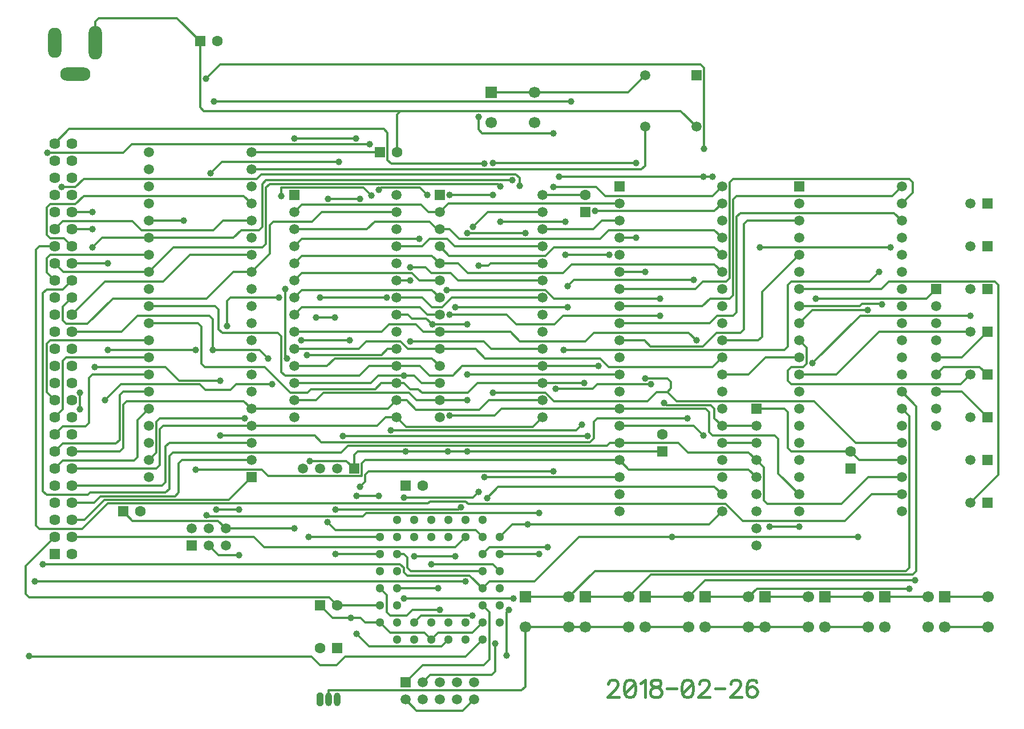
<source format=gbr>
G04 DipTrace 3.2.0.1*
G04 Top.gbr*
%MOMM*%
G04 #@! TF.FileFunction,Copper,L1,Top*
G04 #@! TF.Part,Single*
%AMOUTLINE0*
4,1,8,
-0.5,-0.75,
-0.25,-1.0,
0.25,-1.0,
0.5,-0.75,
0.5,0.75,
0.25,1.0,
-0.25,1.0,
-0.5,0.75,
-0.5,-0.75,
0*%
G04 #@! TA.AperFunction,Conductor*
%ADD14C,0.33*%
G04 #@! TA.AperFunction,ComponentPad*
%ADD15R,1.6X1.6*%
%ADD16C,1.6*%
%ADD17C,1.5*%
%ADD18R,1.5X1.5*%
%ADD19O,2.0X4.5*%
%ADD20O,2.0X5.0*%
%ADD21O,4.5X2.0*%
%ADD22C,1.62*%
%ADD23R,1.62X1.62*%
%ADD24C,1.5*%
%ADD25R,1.7X1.7*%
%ADD26C,1.7*%
%ADD27C,1.3*%
%ADD28O,1.0X2.0*%
G04 #@! TA.AperFunction,ViaPad*
%ADD29C,1.0*%
%ADD62C,0.39216*%
G04 #@! TA.AperFunction,ComponentPad*
%ADD64OUTLINE0*%
%FSLAX35Y35*%
G04*
G71*
G90*
G75*
G01*
G04 Top*
%LPD*%
X-1778000Y10541000D2*
D14*
X-2413000D1*
X-1016000Y11150800D2*
X-101800D1*
X0Y11049000D1*
X-2413000Y10541000D2*
X-2529800Y10657800D1*
X-6982157D1*
X-7035460Y10711100D1*
Y11125540D1*
X-6604000Y11557000D1*
X-2540000Y9144000D2*
Y9280810D1*
X327700D1*
X381000Y9334110D1*
Y10218000D1*
X-6000000Y18900000D2*
Y19213803D1*
X-5950703Y19263100D1*
X-4785100D1*
X-4445000Y18923000D1*
Y17939400D1*
X-4390200Y17884600D1*
X-1470700D1*
X2689400D1*
X2921000Y17653000D1*
X5969000Y12700000D2*
X5334000D1*
X5207000Y12827000D1*
X4826000Y10218000D2*
X5476000D1*
X6604000D2*
X7254000D1*
X2159000D2*
X2809000D1*
X3048000D2*
X3698000D1*
X1270000Y16637000D2*
X635000D1*
X1270000Y10218000D2*
X1920000D1*
X1031000D2*
X1270000D1*
X381000D2*
X1031000D1*
X-1524000Y17272000D2*
Y17831300D1*
X-1470700Y17884600D1*
X5207000Y12827000D2*
X4333200D1*
X4279900Y12880300D1*
Y13408700D1*
X4226600Y13462000D1*
X3810000D1*
X3937000Y10218000D2*
X4587000D1*
X3698000D2*
X3937000D1*
X3302000Y14224000D2*
X3159810Y14081810D1*
X1617170D1*
X1490180Y14208800D1*
X-213800D1*
X-356000Y14351000D1*
X-889000D1*
X-5207000Y12700000D2*
X-5095200Y12811800D1*
Y13266500D1*
X-5041900Y13319800D1*
X-3785750D1*
X-889000Y14351000D2*
X-1360290D1*
X-1472090Y14462800D1*
X-1975640D1*
X-2087440Y14351000D1*
X-3048000D1*
X3302000Y14478000D2*
X3841210D1*
X3894520Y14531310D1*
Y15197520D1*
X4445000Y15748000D1*
X-3048000Y14605000D2*
X-1749000D1*
X-1637200Y14716800D1*
X-1239320D1*
X-1127520Y14605000D1*
X-889000D1*
X160840D1*
X303040Y14462800D1*
X1274880D1*
X1401890Y14589810D1*
X2808280D1*
X2920090Y14478000D1*
X-3048000Y14859000D2*
X-2936200Y14970800D1*
X-1183410D1*
X-1071610Y14859000D1*
X-889000D1*
X-743700D2*
X104260D1*
X246460Y14716800D1*
X817280D1*
X944280Y14843800D1*
X2385900D1*
X-5207000Y13462000D2*
X-5372100Y13296900D1*
Y12744100D1*
X-5425400Y12690800D1*
X-6486200D1*
X-6604000Y12573000D1*
X-786250Y15224800D2*
X683300D1*
X810300Y15097800D1*
X2385900D1*
X-3048000Y15113000D2*
X-2936200Y15224800D1*
X-1000800D1*
X-889000Y15113000D1*
X-4043190Y14691800D2*
Y15059700D1*
X-3989890Y15113000D1*
X-3271200D1*
X-5207000Y13716000D2*
X-5584990D1*
X-5638300Y13662690D1*
Y12998100D1*
X-5691600Y12944800D1*
X-6486200D1*
X-6604000Y12827000D1*
X-3048000Y15367000D2*
X-2936200Y15478800D1*
X-1298490D1*
X-1186690Y15367000D1*
X-889000D1*
X-656900Y14970800D2*
X1007200D1*
X2877840Y15373720D2*
X1100720D1*
X1007200Y15280200D1*
X-1270000Y11271100D2*
X-656900D1*
X-5207000Y13970000D2*
X-6038780D1*
X-6092090Y13916690D1*
Y13252100D1*
X-6145390Y13198800D1*
X-6486200D1*
X-6604000Y13081000D1*
X-3048000Y15621000D2*
X-2936200Y15732800D1*
X-1000800D1*
X-889000Y15621000D1*
X-617570D1*
X-475370Y15478800D1*
X943680D1*
X1070690Y15605810D1*
X3190190D1*
X3302000Y15494000D1*
X-5207000Y14224000D2*
X-6432890D1*
X-6486200Y14170690D1*
Y13452800D1*
X-6604000Y13335000D1*
X-889000Y15875000D2*
X-746800Y15732800D1*
X683290D1*
X810300Y15859810D1*
X3190190D1*
X3302000Y15748000D1*
X-3048000Y15875000D2*
X-2936200Y15986800D1*
X-1193400D1*
X-5207000Y14478000D2*
X-6668490D1*
X-6721800Y14424690D1*
Y13706800D1*
X-6604000Y13589000D1*
X-3048000Y16129000D2*
X-1966530D1*
X-1854730Y16240800D1*
X-1037600D1*
X-925800Y16129000D1*
X-889000D1*
X-2434900Y11303000D2*
X-1778000D1*
X-889000Y16129000D2*
X-741700D1*
X-599500Y15986800D1*
X1496890D1*
X1623900Y16113810D1*
X3190190D1*
X3302000Y16002000D1*
X-570100Y11999600D2*
X-603600Y11966100D1*
X-2434900D1*
X3032800Y17323360D2*
Y18526800D1*
X2979500Y18580100D1*
X-4144300D1*
X-4358200Y18366200D1*
X886900Y16909310D2*
X3022740D1*
X-1528000Y15875000D2*
X-1146790D1*
X-1034990Y15986800D1*
X-779800D1*
X-668000Y15875000D1*
X635000D1*
X3022740Y16909310D2*
X3162840D1*
X1420300Y16398200D2*
X3190200D1*
X3302000Y16510000D1*
X635000Y15621000D2*
X-131250D1*
X-164750Y15587500D1*
X-309700D1*
X-4237900Y18026200D2*
X1060500D1*
X-309700Y12223410D2*
X-391510Y12141600D1*
X-1422200D1*
X-483300Y14716800D2*
X-1000000D1*
X-4287320Y16962600D2*
X-4120120Y17129800D1*
X-2380810D1*
X800100Y17555700D2*
X-256390D1*
X-309690Y17609000D1*
Y17797800D1*
X800100Y16753800D2*
X1434200D1*
X1566190Y16621810D1*
X3159810D1*
X3302000Y16764000D1*
X383110Y16073600D2*
X-483300D1*
X-914200Y10795000D2*
X-1524000D1*
X-1000000Y14716800D2*
X-1086800Y14803600D1*
X-1304310D1*
X-1359710Y14859000D1*
X-1528000D1*
X-3237690Y16621800D2*
Y16748800D1*
X-2019900D1*
X-1899600Y16628500D1*
X635000Y15367000D2*
X-613650D1*
X-725450Y15478800D1*
X-1010700D1*
X-1097500Y15565600D1*
X-1329390D1*
X-1528000Y15367000D2*
X-1329390D1*
X-3048000Y16383000D2*
X-2936200Y16494800D1*
X-1163300D1*
X-1051500Y16383000D1*
X-889000D1*
X-5207000Y16256000D2*
X-4686700D1*
X-889000Y16383000D2*
X-762000Y16510000D1*
X1778000D1*
X-6038800Y15859790D2*
X-5896590Y16002000D1*
X-5207000D1*
X635000Y16129000D2*
X1390303D1*
X1517303Y16256000D1*
X1778000D1*
X208400Y10642800D2*
X-1422200D1*
X-5207000Y16002000D2*
X-3947040D1*
X-3835240Y16113800D1*
X-3571200D1*
X-3517900Y16167100D1*
Y16802100D1*
X-3464600Y16855400D1*
X188600D1*
X-5207000Y15748000D2*
X-6668490D1*
X-6721800Y15694690D1*
Y15484800D1*
X-6604000Y15367000D1*
X-3044050Y17475600D2*
X-2132800D1*
X1778000Y16002000D2*
X2029900Y16002010D1*
X-102600Y17115800D2*
X2029900D1*
X-743700Y16637000D2*
X-102600D1*
X-1073900D2*
X-1185700Y16748800D1*
X-1759500D1*
X-1793000Y16715300D1*
X-6604000Y15621000D2*
X-6477000Y15494000D1*
X-5207000D1*
X-406200Y10388800D2*
X-1168200D1*
X-1270000Y10287000D1*
X973700Y16240800D2*
X11210D1*
X1632700Y15748000D2*
X973700D1*
X-5207000Y15494000D2*
X-4841200Y15859800D1*
X-3517900D1*
X-3464600Y15913100D1*
Y16748800D1*
X-3411300Y16802100D1*
X-22290D1*
X11210Y16768600D1*
X2159000Y17653000D2*
Y17071300D1*
X2105700Y17018000D1*
X-3683000D1*
X2159000Y13914610D2*
X2491730D1*
X2545030Y13861310D1*
Y13763910D1*
X2491730Y13710610D1*
X2328540D1*
X2191740Y13573810D1*
X810300D1*
X683310Y13700800D1*
X-100200D1*
X-508000Y11557000D2*
X-660200Y11404800D1*
X-3495420D1*
X-3647620Y11557000D1*
X-6350000D1*
X2491730Y13710610D2*
X2628530Y13573810D1*
X4664120D1*
X5283930Y12954000D1*
X5969000D1*
X2159000Y15494010D2*
X1996410D1*
X1996403Y15494000D1*
X1778000D1*
X-2122590Y10119800D2*
X-1933990Y9931200D1*
X-863800D1*
X-762000Y10033000D1*
X-1792990Y12168710D2*
X-2122590D1*
X-508000Y10896800D2*
X-6895360Y10896810D1*
X-6982180Y9789210D2*
Y9779000D1*
X-2794000D1*
X-2667000Y9652000D1*
X-2422023D1*
X-2295023Y9779000D1*
X-508000D1*
X-254000Y10033000D1*
X-6497010Y16754800D2*
X-6292700D1*
X-6171700Y16875800D1*
X-3604397D1*
X-3538000Y16942200D1*
X241900D1*
X295200Y16888900D1*
Y16770330D1*
X135300Y10475600D2*
X101800Y10442100D1*
Y9798020D1*
X-6710990Y17262800D2*
X-5581420D1*
X-5455420Y17388800D1*
X-1928300D1*
X-743700Y13360000D2*
X-76530D1*
X25470Y13462000D1*
X1778000D1*
X-3683000Y12446000D2*
X-4020900Y12108100D1*
X-5865810D1*
X-6162910Y11811000D1*
X-6350000D1*
X-3048000Y14097000D2*
X-2559750D1*
X-2447950Y14208800D1*
X-1000800D1*
X-889000Y14097000D1*
X1778000Y13462000D2*
X3057260D1*
X3110560Y13408700D1*
Y13119110D1*
X3163860Y13065810D1*
X4084033D1*
X4137333Y13012510D1*
Y12499667D1*
X4445000Y12192000D1*
X-3683000Y12700000D2*
X-4712097D1*
X-4765407Y12646690D1*
Y12214703D1*
X-4818710Y12161400D1*
X-5924210D1*
X-6020610Y12065000D1*
X-6350000D1*
X-3048000Y13843000D2*
X-1908890D1*
X-1797090Y13954800D1*
X-1416190D1*
X1778000Y13208000D2*
X2881570D1*
X3023760Y13065810D1*
X4445000Y11709000D2*
X4010860D1*
X-1614800Y13140700D2*
X1133600D1*
X1220400Y13227500D1*
X-1416190Y13954800D2*
X-1269900D1*
X-1158100Y13843000D1*
X-889000D1*
X-3683000Y12954000D2*
X-4901790D1*
X-4955100Y12900690D1*
Y12372300D1*
X-5008400Y12319000D1*
X-6350000D1*
X1778000Y13970000D2*
X-483300D1*
X-3048000Y13589000D2*
X-2720940D1*
X-2609140Y13700800D1*
X-1344230D1*
X-1232430Y13589000D1*
X-889000D1*
X-483300D1*
X1778000Y14986000D2*
X3012160D1*
X3123970Y15097810D1*
X3413800D1*
X3467100Y15151110D1*
Y16568510D1*
X3520400Y16621810D1*
X5826810D1*
X5969000Y16764000D1*
X635000Y13335000D2*
X494000Y13194000D1*
X-1387000D1*
X-1528000Y13335000D1*
X-3683000Y13208000D2*
X-4988590D1*
X-5041900Y13154690D1*
Y12626300D1*
X-5095200Y12573000D1*
X-6350000D1*
X-1528000Y13335000D2*
X-1691400D1*
X-1818400Y13208000D1*
X-3683000D1*
X1778000Y15240000D2*
X2908730D1*
X3020540Y15351810D1*
X3360500D1*
X3413800Y15405110D1*
Y16822510D1*
X3467100Y16875810D1*
X6080800D1*
X6134100Y16822510D1*
Y16675100D1*
X5969000Y16510000D1*
X635000Y13589000D2*
X-156610D1*
X-298810Y13446800D1*
X-1238490D1*
X-1380690Y13589000D1*
X-1528000D1*
X-3683000Y13462000D2*
X-3794800Y13573800D1*
X-5531700D1*
X-5585000Y13520500D1*
Y12880300D1*
X-5638300Y12827000D1*
X-6350000D1*
X-1528000Y13589000D2*
X-1655000Y13462000D1*
X-3683000D1*
X1778000Y14732000D2*
X3118760D1*
X3230570Y14843810D1*
X3467100D1*
X3520400Y14897110D1*
Y16314510D1*
X3573700Y16367810D1*
X5857190D1*
X5969000Y16256000D1*
X1253900Y13843000D2*
X635000D1*
X-1528000D2*
X-1755240D1*
X-1844140Y13754100D1*
X-2800890D1*
X-2854190Y13700800D1*
X-3100500D1*
X-3481500Y14081800D1*
X-4373390D1*
X-4426690Y14135100D1*
Y14678700D1*
X-4479990Y14732000D1*
X-5207000D1*
X635000Y13843000D2*
X-325400D1*
X-467600Y13700800D1*
X-1152480D1*
X-1205780Y13754100D1*
X-1327290D1*
X-1416190Y13843000D1*
X-1528000D1*
X1778000Y14478000D2*
X2150460D1*
X2239350Y14389110D1*
X3018070D1*
X3218770Y14589810D1*
X3573700D1*
X3627000Y14643110D1*
Y16202700D1*
X3680300Y16256000D1*
X4445000D1*
X1466870Y14097000D2*
X635000D1*
X-1528000D2*
X-1936880D1*
X-2079080Y13954800D1*
X-3184400D1*
X-3237700Y14008100D1*
Y14536500D1*
X-3291000Y14589800D1*
X-4114500D1*
X-4167800Y14643100D1*
Y14932700D1*
X-4221100Y14986000D1*
X-5207000D1*
X635000Y14097000D2*
X-552300D1*
X-694500Y13954800D1*
X-1036300D1*
X-1178500Y14097000D1*
X-1528000D1*
X-3377800Y13827800D2*
X-3908850D1*
X-3995650Y13741000D1*
X-4366760D1*
X-4453560Y13827800D1*
X-5621290D1*
X-5860090Y13589000D1*
X-1528000Y14351000D2*
X-1663150D1*
X-1752050Y14262100D1*
X-2858450D1*
X635000Y14351000D2*
X-122390D1*
X-234190Y14462800D1*
X-1329390D1*
X2245800Y13827810D2*
X1454470D1*
X1382860Y13756200D1*
X833600D1*
X2159000Y18415000D2*
X1905000Y18161000D1*
X523000D1*
X-5588000Y11938000D2*
X-5445800Y11795800D1*
X-4175800D1*
X-4064000Y11684000D1*
X-254000Y11049000D2*
X-1315600D1*
X-1368900Y11102300D1*
Y11249700D1*
X-1422200Y11303000D1*
X-1524000D1*
X3302000Y13970000D2*
X3692030D1*
X3946030Y14224000D1*
X4445000D1*
X4696900Y15097810D2*
X6334810D1*
X6477000Y15240000D1*
X-2667000Y10541000D2*
X-2478010Y10352010D1*
X-2209390D1*
X-2818250Y12684800D2*
X-2270800D1*
X-2159000Y12573000D1*
X-3683000Y17272000D2*
X-1778000D1*
X-1397000Y9144000D2*
X-1231900Y8978900D1*
X-546100D1*
X-381000Y9144000D1*
X-6038800Y16129000D2*
X-6350000D1*
Y16383000D2*
X-6038800D1*
X523000Y18161000D2*
X-127000D1*
X-4064000Y11684000D2*
X-3048000D1*
X-1016000Y10033000D2*
X-914200Y10134800D1*
X-406200D1*
X-254000Y10287000D1*
X-1778000D2*
X-1625800Y10134800D1*
X-1117800D1*
X-1016000Y10033000D1*
X-2209390Y10352010D2*
X-2060190D1*
X-1995180Y10287000D1*
X-1778000D1*
X-483300Y12827000D2*
X2413000D1*
X-768700D2*
X-483300D1*
X-1397000D2*
X-768700D1*
X-2159000Y12573000D2*
Y12773700D1*
X-2105700Y12827000D1*
X-1397000D1*
X1778000Y12446000D2*
X-222900Y12446010D1*
Y17104800D2*
X-1607900D1*
X-1661200Y17158100D1*
Y17562400D1*
X-1714500Y17615700D1*
X-6387300D1*
X-6604000Y17399000D1*
X5969000Y12192000D2*
X5521880D1*
X5125690Y11795810D1*
X3613140D1*
X3359140Y12049810D1*
X-465010D1*
X-501600Y12086400D1*
X-1031660D1*
X-1063260Y12054800D1*
X-5812510D1*
X-6192510Y11674800D1*
X-6828400D1*
X-6881700Y11728100D1*
Y15821700D1*
X-6828400Y15875000D1*
X-6604000D1*
X5969000Y12446000D2*
X5468580D1*
X5072390Y12049810D1*
X3975100D1*
X3921800Y12103110D1*
Y12588200D1*
X3810000Y12700000D1*
X1778000Y12954000D2*
X1633000D1*
X1592800Y12913800D1*
X-2248170D1*
X-2350170Y12811800D1*
X-4848500D1*
X-4901800Y12758500D1*
Y12268000D1*
X-4955100Y12214700D1*
X-6076580D1*
X-6108480Y12182800D1*
X-6721800D1*
X-6775100Y12236100D1*
Y15177500D1*
X-6721800Y15230800D1*
X-6486200D1*
X-6350000Y15367000D1*
X3810000Y12700000D2*
X3698190Y12811810D1*
X2793517D1*
X2651327Y12954000D1*
X1778000D1*
X-6775080Y11150800D2*
X-1475500D1*
X-1422200Y11097500D1*
Y11036900D1*
X-1368900Y10983600D1*
X-442600D1*
X-254000Y10795000D1*
X-6232200Y13695990D2*
Y13452800D1*
X2559380Y11557000D2*
X5323800D1*
X-254000Y10795000D2*
X-152200Y10896800D1*
X522450D1*
X1182650Y11557000D1*
X2559380D1*
X5803900Y15859810D2*
X3861030D1*
X-4148000Y13065800D2*
X-2744420D1*
X-2645720Y12967100D1*
X1343200D1*
X1396500Y13020400D1*
Y13266510D1*
X1449800Y13319810D1*
X2791040D1*
X-6005300Y14081800D2*
X-4958080D1*
X-4757380Y13881100D1*
X-4148000D1*
X-3431100Y14208800D2*
X-3558100Y14335800D1*
X-4254600D1*
X590200Y11303000D2*
X0D1*
X-3184400Y15240000D2*
Y14242300D1*
X-3150900Y14208800D1*
X-4254600Y14335800D2*
Y14790500D1*
X-4307900Y14843800D1*
X-5372100D1*
X-5610900Y14605000D1*
X-6350000D1*
X-4350500Y11882600D2*
X-4333800Y11865900D1*
X-2028230D1*
X-1981330Y11912800D1*
X590200D1*
X6985000Y14843810D2*
X5350220D1*
X4643610Y14137200D1*
X4445000Y13970000D2*
X4997620D1*
X5632620Y14605000D1*
X6985000D1*
X4445000Y14478000D2*
X4556800Y14366200D1*
Y14135110D1*
X4503500Y14081810D1*
X4333200D1*
X4279900Y14028510D1*
Y13881110D1*
X4333200Y13827810D1*
X6842810D1*
X6985000Y13970000D1*
X5463900Y14930610D2*
X4643610D1*
X4445000Y14732000D1*
X5675410Y15011010D2*
X5669010Y15017410D1*
X5377420D1*
X5346010Y14986000D1*
X4445000D1*
Y15240000D2*
X5663400D1*
X5775210Y15351810D1*
X7350800D1*
X7404100Y15298510D1*
Y12484100D1*
X6985000Y12065000D1*
X6477000Y14224000D2*
X6858000D1*
X7239000Y14605000D1*
X6477000Y13970000D2*
X6588800Y14081800D1*
X7127200D1*
X7239000Y13970000D1*
X6477000Y13716000D2*
X6858000D1*
X7239000Y13335000D1*
X381000Y10668000D2*
X1031000D1*
X1413210Y11050210D1*
X6027500D1*
X6080800Y11103510D1*
Y13350200D1*
X5969000Y13462000D1*
X1920000Y10668000D2*
X2248910Y10996910D1*
X6134100D1*
X6187400Y11050210D1*
Y13497600D1*
X5969000Y13716000D1*
X1270000Y10668000D2*
X1571170D1*
X1920000D1*
X6167600Y10910110D2*
X3051110D1*
X2809000Y10668000D1*
X2159000D1*
X6080800Y10789810D2*
X3819810D1*
X3698000Y10668000D1*
X3048000D1*
X4587000D2*
X3937000D1*
X4826000D2*
X5476000D1*
X5715000D2*
X6365000D1*
X6604000D2*
X7254000D1*
X-1397000Y9398000D2*
X-1143000Y9652000D1*
X-236097D1*
X-152200Y9735900D1*
Y10439200D1*
X-254000Y10541000D1*
X-65400Y9971620D2*
Y9563100D1*
X-118700Y9509800D1*
X-1031200D1*
X-1143000Y9398000D1*
X710500Y11404800D2*
X-152200D1*
X-254000Y11303000D1*
X-889000Y10475600D2*
X-1292000D1*
X-1378800Y10388800D1*
X-1622900D1*
X-1676200Y10442100D1*
Y10693200D1*
X-1778000Y10795000D1*
X-2834200Y11557000D2*
X-1778000D1*
X-3865400Y11284710D2*
X-4172710D1*
X-4318000Y11430000D1*
X-4201300Y11967670D2*
X-3865400D1*
X-2446500Y14818800D2*
X-2720290D1*
X-4513490Y12557800D2*
X-3528500D1*
X-3431900Y12461200D1*
X-2047200D1*
Y12646700D1*
X-1993900Y12700000D1*
X1778000D1*
X-5811900Y15621000D2*
X-6350000D1*
X-4513490Y14335800D2*
X-5811900D1*
X1778000Y12700000D2*
X1920190Y12557810D1*
X3698190D1*
X3810000Y12446000D1*
X-3683000Y15748000D2*
X-4594850D1*
X-4991050Y15351800D1*
X-5857200D1*
X-6350000Y14859000D1*
X0Y11557000D2*
X185510Y11742510D1*
X416600D1*
X5632500Y15494000D2*
X5490310Y15351810D1*
X4333200D1*
X4279900Y15298510D1*
Y14389110D1*
X4226600Y14335810D1*
X953900D1*
X-1528000Y15113000D2*
X-1145310D1*
X-1003110Y14970800D1*
X-848300D1*
X-706100Y15113000D1*
X635000D1*
X-1673300D2*
X-2666990D1*
X416600Y11742510D2*
X3106510D1*
X3302000Y11938000D1*
X-1528000Y16383000D2*
X-2641190D1*
X-2783390Y16240800D1*
X-3358000D1*
X-3411300Y16187500D1*
Y15765700D1*
X-3683000Y15494000D1*
X-396500Y16161820D2*
X-175320Y16383000D1*
X635000D1*
X-187000Y12136610D2*
X-19800Y12303810D1*
X3190190D1*
X3302000Y12192000D1*
X-3683000Y15494000D2*
X-3951687D1*
X-4347887Y15097800D1*
X-5740710D1*
X-6115710Y14722800D1*
X-6432900D1*
X-6486200Y14776100D1*
Y14976800D1*
X-6350000Y15113000D1*
X-2555200Y11779100D2*
X-2434900Y11658800D1*
X-355800D1*
X-254000Y11557000D1*
X-3683000Y16510000D2*
X-3794800Y16621800D1*
X-6171700D1*
X-6292700Y16500800D1*
X-6668500D1*
X-6721800Y16447500D1*
Y16046100D1*
X-6668500Y15992800D1*
X-6467800D1*
X-6350000Y15875000D1*
X-2073200Y12300700D2*
X-1993900Y12380000D1*
Y12479510D1*
X-1940600Y12532810D1*
X797300D1*
X-2546820Y16581600D2*
X-2073200D1*
X-3683000Y16256000D2*
X-4106430D1*
X-4248630Y16113800D1*
X-5316630D1*
X-5449630Y16246800D1*
X-6486200D1*
X-6604000Y16129000D1*
X-2326200Y13053900D2*
X1307200D1*
X3302000Y12954000D2*
X3591600D1*
X3810000D1*
Y13208000D2*
X3591600D1*
X3302000D1*
X-2945250Y14478000D2*
X-2219600D1*
X3302000Y13208000D2*
X3190200Y13319800D1*
Y13462010D1*
X3136900Y13515310D1*
X2472700D1*
X2439200Y13548810D1*
D29*
X-1016000Y11150800D3*
X-3785750Y13319800D3*
X2920090Y14478000D3*
X2385900Y14843800D3*
X-743700Y14859000D3*
X2385900Y15097800D3*
X-786250Y15224800D3*
X-3271200Y15113000D3*
X-4043190Y14691800D3*
X1007200Y14970800D3*
Y15280200D3*
X2877840Y15373720D3*
X-656900Y11271100D3*
X-1270000D3*
X-656900Y14970800D3*
X-1193400Y15986800D3*
X-2434900Y11303000D3*
Y11966100D3*
X-570100Y11999600D3*
X-4358200Y18366200D3*
X3032800Y17323360D3*
X3162840Y16909310D3*
X886900D3*
X3022740D3*
X1060500Y18026200D3*
X-4237900D3*
X-1422200Y12141600D3*
X-309700Y12223410D3*
X1420300Y16398200D3*
X-309700Y15587500D3*
X-2380810Y17129800D3*
X-309690Y17797800D3*
X800100Y17555700D3*
X-4287320Y16962600D3*
X-483300Y14716800D3*
Y16073600D3*
X383110D3*
X-914200Y10795000D3*
X-1000000Y14716800D3*
X800100Y16753800D3*
X-1899600Y16628500D3*
X-3237690Y16621800D3*
X-1329390Y15565600D3*
Y15367000D3*
X-4686700Y16256000D3*
X-1422200Y10642800D3*
X208400D3*
X-6038800Y15859790D3*
X188600Y16855400D3*
X-2132800Y17475600D3*
X-3044050D3*
X2029900Y16002010D3*
Y17115800D3*
X-102600D3*
Y16637000D3*
X-743700D3*
X-1793000Y16715300D3*
X-1073900Y16637000D3*
X11210Y16768600D3*
X-406200Y10388800D3*
X11210Y16240800D3*
X973700D3*
Y15748000D3*
X1632700D3*
X-100200Y13700800D3*
X2159000Y13914610D3*
Y15494010D3*
X-2122590Y10119800D3*
Y12168710D3*
X-1792990D3*
X-508000Y10896800D3*
X-6895360Y10896810D3*
X-6982180Y9789210D3*
X295200Y16770330D3*
X-6497010Y16754800D3*
X101800Y9798020D3*
X135300Y10475600D3*
X-1928300Y17388800D3*
X-6710990Y17262800D3*
X-743700Y13360000D3*
X3023760Y13065810D3*
X4010860Y11709000D3*
X4445000D3*
X1220400Y13227500D3*
X-1614800Y13140700D3*
X-1416190Y13954800D3*
X-483300Y13970000D3*
Y13589000D3*
X1253900Y13843000D3*
X1466870Y14097000D3*
X-5860090Y13589000D3*
X-3377800Y13827800D3*
X-2858450Y14262100D3*
X-1329390Y14462800D3*
X833600Y13756200D3*
X2245800Y13827810D3*
X-1397000Y12827000D3*
X-2818250Y12684800D3*
X-768700Y12827000D3*
X-6038800Y16129000D3*
Y16383000D3*
X-3048000Y11684000D3*
X-2209390Y10352010D3*
X4696900Y15097810D3*
X-483300Y12827000D3*
X-222900Y12446010D3*
Y17104800D3*
X5323800Y11557000D3*
X-6775080Y11150800D3*
X-6232200Y13452800D3*
Y13695990D3*
X2559380Y11557000D3*
X3861030Y15859810D3*
X5803900D3*
X2791040Y13319810D3*
X-4148000Y13065800D3*
Y13881100D3*
X-6005300Y14081800D3*
X590200Y11912800D3*
X-4350500Y11882600D3*
X590200Y11303000D3*
X-3431100Y14208800D3*
X-3150900D3*
X-3184400Y15240000D3*
X-4254600Y14335800D3*
X4643610Y14137200D3*
X6985000Y14843810D3*
X5463900Y14930610D3*
X5675410Y15011010D3*
X6167600Y10910110D3*
X6080800Y10789810D3*
X-65400Y9971620D3*
X710500Y11404800D3*
X-889000Y10475600D3*
X-2834200Y11557000D3*
X-3865400Y11284710D3*
Y11967670D3*
X-4201300D3*
X-2720290Y14818800D3*
X-2446500D3*
X-5811900Y15621000D3*
Y14335800D3*
X-4513490D3*
Y12557800D3*
X953900Y14335810D3*
X5632500Y15494000D3*
X-2666990Y15113000D3*
X-1673300D3*
X416600Y11742510D3*
X-396500Y16161820D3*
X-187000Y12136610D3*
X-2555200Y11779100D3*
X797300Y12532810D3*
X-2073200Y12300700D3*
Y16581600D3*
X-2546820D3*
X1307200Y13053900D3*
X-2326200D3*
X2439200Y13548810D3*
X-2219600Y14478000D3*
X-2945250D3*
D15*
X-4445000Y18923000D3*
D16*
X-4191000D3*
X2413000Y13081000D3*
D15*
Y12827000D3*
D16*
X5207000D3*
D15*
Y12573000D3*
D16*
X1270000Y16637000D3*
D15*
Y16383000D3*
D16*
X-5334000Y11938000D3*
D15*
X-5588000D3*
D16*
X-1524000Y17272000D3*
D15*
X-1778000D3*
D16*
X-1143000Y12319000D3*
D15*
X-1397000D3*
D16*
X-2413000Y10541000D3*
D15*
X-2667000D3*
X-2413000Y9906000D3*
D16*
X-2667000D3*
D17*
X6985000Y16510000D3*
D18*
X7239000D3*
D17*
X6985000Y15875000D3*
D18*
X7239000D3*
D17*
X6985000Y15240000D3*
D18*
X7239000D3*
D17*
X6985000Y14605000D3*
D18*
X7239000D3*
D17*
X6985000Y13970000D3*
D18*
X7239000D3*
D17*
X6985000Y13335000D3*
D18*
X7239000D3*
D17*
X6985000Y12700000D3*
D18*
X7239000D3*
D17*
X6985000Y12065000D3*
D18*
X7239000D3*
X-1397000Y9398000D3*
D17*
Y9144000D3*
X-1143000Y9398000D3*
Y9144000D3*
X-889000Y9398000D3*
Y9144000D3*
X-635000Y9398000D3*
Y9144000D3*
X-381000Y9398000D3*
Y9144000D3*
D19*
X-6600000Y18900000D3*
D20*
X-6000000D3*
D21*
X-6300000Y18430000D3*
D18*
X-4572000Y11430000D3*
D17*
Y11684000D3*
X-4318000Y11430000D3*
Y11684000D3*
X-4064000Y11430000D3*
Y11684000D3*
D18*
X-2159000Y12573000D3*
D17*
X-2413000D3*
X-2667000D3*
X-2921000D3*
D22*
X-6350000Y11303000D3*
Y11557000D3*
Y11811000D3*
Y12065000D3*
Y12319000D3*
Y12573000D3*
Y12827000D3*
Y13081000D3*
Y13335000D3*
Y13589000D3*
Y13843000D3*
Y14097000D3*
Y14351000D3*
Y14605000D3*
Y14859000D3*
Y15113000D3*
Y15367000D3*
Y15621000D3*
Y15875000D3*
Y16129000D3*
Y16383000D3*
Y16637000D3*
Y16891000D3*
Y17145000D3*
Y17399000D3*
X-6604000D3*
Y17145000D3*
Y16891000D3*
Y16637000D3*
Y16383000D3*
Y16129000D3*
Y15875000D3*
Y15621000D3*
Y15367000D3*
Y15113000D3*
Y14859000D3*
Y14605000D3*
Y14351000D3*
Y14097000D3*
Y13843000D3*
Y13589000D3*
Y13335000D3*
Y13081000D3*
Y12827000D3*
Y12573000D3*
Y12319000D3*
Y12065000D3*
Y11811000D3*
Y11557000D3*
D23*
Y11303000D3*
D18*
X3810000Y13462000D3*
D24*
Y13208000D3*
Y12954000D3*
Y12700000D3*
Y12446000D3*
Y12192000D3*
Y11938000D3*
Y11684000D3*
Y11430000D3*
D18*
X6477000Y15240000D3*
D24*
Y14986000D3*
Y14732000D3*
Y14478000D3*
Y14224000D3*
Y13970000D3*
Y13716000D3*
Y13462000D3*
Y13208000D3*
D25*
X-127000Y18161000D3*
D26*
Y17711000D3*
X523000D3*
Y18161000D3*
D25*
X381000Y10668000D3*
D26*
Y10218000D3*
X1031000D3*
Y10668000D3*
D25*
X1270000D3*
D26*
Y10218000D3*
X1920000D3*
Y10668000D3*
D25*
X2159000D3*
D26*
Y10218000D3*
X2809000D3*
Y10668000D3*
D25*
X3048000D3*
D26*
Y10218000D3*
X3698000D3*
Y10668000D3*
D25*
X3937000D3*
D26*
Y10218000D3*
X4587000D3*
Y10668000D3*
D25*
X4826000D3*
D26*
Y10218000D3*
X5476000D3*
Y10668000D3*
D25*
X5715000D3*
D26*
Y10218000D3*
X6365000D3*
Y10668000D3*
D25*
X6604000D3*
D26*
Y10218000D3*
X7254000D3*
Y10668000D3*
D18*
X1778000Y16764000D3*
D17*
Y16510000D3*
Y16256000D3*
Y16002000D3*
Y15748000D3*
Y15494000D3*
Y15240000D3*
Y14986000D3*
Y14732000D3*
Y14478000D3*
Y14224000D3*
Y13970000D3*
Y13716000D3*
Y13462000D3*
Y13208000D3*
Y12954000D3*
Y12700000D3*
Y12446000D3*
Y12192000D3*
Y11938000D3*
X3302000D3*
Y12192000D3*
Y12446000D3*
Y12700000D3*
Y12954000D3*
Y13208000D3*
Y13462000D3*
Y13716000D3*
Y13970000D3*
Y14224000D3*
Y14478000D3*
Y14732000D3*
Y14986000D3*
Y15240000D3*
Y15494000D3*
Y15748000D3*
Y16002000D3*
Y16256000D3*
Y16510000D3*
Y16764000D3*
D18*
X4445000D3*
D17*
Y16510000D3*
Y16256000D3*
Y16002000D3*
Y15748000D3*
Y15494000D3*
Y15240000D3*
Y14986000D3*
Y14732000D3*
Y14478000D3*
Y14224000D3*
Y13970000D3*
Y13716000D3*
Y13462000D3*
Y13208000D3*
Y12954000D3*
Y12700000D3*
Y12446000D3*
Y12192000D3*
Y11938000D3*
X5969000D3*
Y12192000D3*
Y12446000D3*
Y12700000D3*
Y12954000D3*
Y13208000D3*
Y13462000D3*
Y13716000D3*
Y13970000D3*
Y14224000D3*
Y14478000D3*
Y14732000D3*
Y14986000D3*
Y15240000D3*
Y15494000D3*
Y15748000D3*
Y16002000D3*
Y16256000D3*
Y16510000D3*
Y16764000D3*
D27*
X-1524000Y11557000D3*
Y11303000D3*
Y11049000D3*
Y10795000D3*
Y10541000D3*
Y10287000D3*
X-1270000D3*
X-1016000D3*
X-762000D3*
X-508000D3*
X-254000D3*
Y10541000D3*
Y10795000D3*
Y11049000D3*
Y11303000D3*
Y11557000D3*
X-508000D3*
X-762000D3*
X-1016000D3*
X-1270000D3*
X-1778000D3*
Y11303000D3*
Y11049000D3*
Y10795000D3*
Y10541000D3*
Y10287000D3*
X-1524000Y10033000D3*
X-1270000D3*
X-1016000D3*
X-762000D3*
X-508000D3*
X-254000D3*
X0Y10287000D3*
Y10541000D3*
Y10795000D3*
Y11049000D3*
Y11303000D3*
Y11557000D3*
X-1524000Y11811000D3*
X-1270000D3*
X-1016000D3*
X-762000D3*
X-508000D3*
X-254000D3*
D18*
X-3048000Y16637000D3*
D17*
Y16383000D3*
Y16129000D3*
Y15875000D3*
Y15621000D3*
Y15367000D3*
Y15113000D3*
Y14859000D3*
Y14605000D3*
Y14351000D3*
Y14097000D3*
Y13843000D3*
Y13589000D3*
Y13335000D3*
X-1528000D3*
Y13589000D3*
Y13843000D3*
Y14097000D3*
Y14351000D3*
Y14605000D3*
Y14859000D3*
Y15113000D3*
Y15367000D3*
Y15621000D3*
Y15875000D3*
Y16129000D3*
Y16383000D3*
Y16637000D3*
D18*
X-889000D3*
D17*
Y16383000D3*
Y16129000D3*
Y15875000D3*
Y15621000D3*
Y15367000D3*
Y15113000D3*
Y14859000D3*
Y14605000D3*
Y14351000D3*
Y14097000D3*
Y13843000D3*
Y13589000D3*
Y13335000D3*
X635000D3*
Y13589000D3*
Y13843000D3*
Y14097000D3*
Y14351000D3*
Y14605000D3*
Y14859000D3*
Y15113000D3*
Y15367000D3*
Y15621000D3*
Y15875000D3*
Y16129000D3*
Y16383000D3*
Y16637000D3*
D64*
X-2667000Y9144000D3*
D28*
X-2540000D3*
X-2413000D3*
D18*
X-3683000Y12446000D3*
D17*
Y12700000D3*
Y12954000D3*
Y13208000D3*
Y13462000D3*
Y13716000D3*
Y13970000D3*
Y14224000D3*
Y14478000D3*
Y14732000D3*
Y14986000D3*
Y15240000D3*
Y15494000D3*
Y15748000D3*
Y16002000D3*
Y16256000D3*
Y16510000D3*
Y16764000D3*
Y17018000D3*
Y17272000D3*
X-5207000D3*
Y17018000D3*
Y16764000D3*
Y16510000D3*
Y16256000D3*
Y16002000D3*
Y15748000D3*
Y15494000D3*
Y15240000D3*
Y14986000D3*
Y14732000D3*
Y14478000D3*
Y14224000D3*
Y13970000D3*
Y13716000D3*
Y13462000D3*
Y13208000D3*
Y12954000D3*
Y12700000D3*
Y12446000D3*
D18*
X2921000Y18415000D3*
D17*
X2159000D3*
Y17653000D3*
X2921000D3*
X1612355Y9372530D2*
D62*
Y9384603D1*
X1624428Y9409030D1*
X1636501Y9421103D1*
X1660928Y9433176D1*
X1709501D1*
X1733647Y9421103D1*
X1745720Y9409030D1*
X1758074Y9384603D1*
Y9360457D1*
X1745720Y9336030D1*
X1721574Y9299810D1*
X1600001Y9178237D1*
X1770147D1*
X1921579Y9433176D2*
X1885079Y9421103D1*
X1860652Y9384603D1*
X1848579Y9323957D1*
Y9287457D1*
X1860652Y9226810D1*
X1885079Y9190310D1*
X1921579Y9178237D1*
X1945725D1*
X1982225Y9190310D1*
X2006371Y9226810D1*
X2018725Y9287457D1*
Y9323957D1*
X2006371Y9384603D1*
X1982225Y9421103D1*
X1945725Y9433176D1*
X1921579D1*
X2006371Y9384603D2*
X1860652Y9226810D1*
X2097156Y9384603D2*
X2121583Y9396957D1*
X2158083Y9433176D1*
Y9178237D1*
X2297161Y9433176D2*
X2260941Y9421103D1*
X2248588Y9396957D1*
Y9372530D1*
X2260941Y9348383D1*
X2285088Y9336030D1*
X2333661Y9323957D1*
X2370161Y9311883D1*
X2394307Y9287457D1*
X2406380Y9263310D1*
Y9226810D1*
X2394307Y9202664D1*
X2382234Y9190310D1*
X2345734Y9178237D1*
X2297161D1*
X2260941Y9190310D1*
X2248588Y9202664D1*
X2236515Y9226810D1*
Y9263310D1*
X2248588Y9287457D1*
X2273015Y9311883D1*
X2309234Y9323957D1*
X2357807Y9336030D1*
X2382234Y9348383D1*
X2394307Y9372530D1*
Y9396957D1*
X2382234Y9421103D1*
X2345734Y9433176D1*
X2297161D1*
X2484811Y9305707D2*
X2625196D1*
X2776627Y9433176D2*
X2740127Y9421103D1*
X2715700Y9384603D1*
X2703627Y9323957D1*
Y9287457D1*
X2715700Y9226810D1*
X2740127Y9190310D1*
X2776627Y9178237D1*
X2800773D1*
X2837273Y9190310D1*
X2861420Y9226810D1*
X2873773Y9287457D1*
Y9323957D1*
X2861420Y9384603D1*
X2837273Y9421103D1*
X2800773Y9433176D1*
X2776627D1*
X2861420Y9384603D2*
X2715700Y9226810D1*
X2964559Y9372530D2*
Y9384603D1*
X2976632Y9409030D1*
X2988705Y9421103D1*
X3013132Y9433176D1*
X3061705D1*
X3085851Y9421103D1*
X3097924Y9409030D1*
X3110278Y9384603D1*
Y9360457D1*
X3097924Y9336030D1*
X3073778Y9299810D1*
X2952205Y9178237D1*
X3122351D1*
X3200782Y9305707D2*
X3341167D1*
X3431952Y9372530D2*
Y9384603D1*
X3444025Y9409030D1*
X3456098Y9421103D1*
X3480525Y9433176D1*
X3529098D1*
X3553244Y9421103D1*
X3565318Y9409030D1*
X3577671Y9384603D1*
Y9360457D1*
X3565318Y9336030D1*
X3541171Y9299810D1*
X3419598Y9178237D1*
X3589744D1*
X3813895Y9396957D2*
X3801822Y9421103D1*
X3765322Y9433176D1*
X3741176D1*
X3704676Y9421103D1*
X3680249Y9384603D1*
X3668176Y9323957D1*
Y9263310D1*
X3680249Y9214737D1*
X3704676Y9190310D1*
X3741176Y9178237D1*
X3753249D1*
X3789468Y9190310D1*
X3813895Y9214737D1*
X3825968Y9251237D1*
Y9263310D1*
X3813895Y9299810D1*
X3789468Y9323957D1*
X3753249Y9336030D1*
X3741176D1*
X3704676Y9323957D1*
X3680249Y9299810D1*
X3668176Y9263310D1*
M02*

</source>
